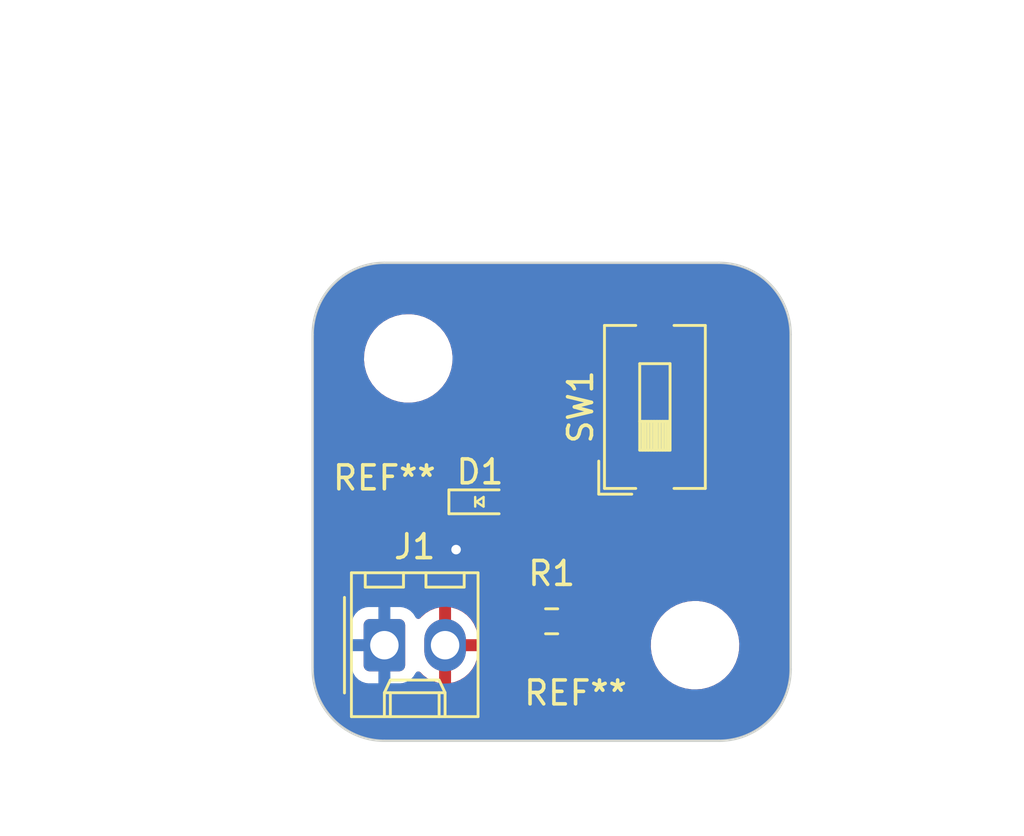
<source format=kicad_pcb>
(kicad_pcb (version 20221018) (generator pcbnew)
  (title_block (title "LED Project") (date "2023-09-05") (rev "1.0") (company "Illini Solar Car") (comment 1 "Designed By: Ethan Cao"))
  (layers (0 "F.Cu" signal) (31 "B.Cu" signal) (34 "B.Paste" user) (35 "F.Paste" user) (36 "B.SilkS" user "B.Silkscreen") (37 "F.SilkS" user "F.Silkscreen") (38 "B.Mask" user) (39 "F.Mask" user) (44 "Edge.Cuts" user))
  (net 0 "")
  (net 1 "GND")
  (net 2 "Net-(D1-A)")
  (net 3 "+3V3")
  (net 4 "Net-(R1-Pad1)")
  (footprint "Connector_Molex:Molex_KK-254_AE-6410-02A_1x02_P2.54mm_Vertical" (layer "F.Cu") (at 133 106)
    (fp_text reference "J1" (at 1.27 -4.12) (layer "F.SilkS"))
    (fp_text value "Conn_01x02")
    (fp_line (start -1.67 -2) (end -1.67 2) (stroke (width 0.12)) (layer "F.SilkS"))
    (fp_line (start -1.38 -3.03) (end -1.38 2.99) (stroke (width 0.12)) (layer "F.SilkS"))
    (fp_line (start -1.38 2.99) (end 3.92 2.99) (stroke (width 0.12)) (layer "F.SilkS"))
    (fp_line (start -0.8 -3.03) (end -0.8 -2.43) (stroke (width 0.12)) (layer "F.SilkS"))
    (fp_line (start -0.8 -2.43) (end 0.8 -2.43) (stroke (width 0.12)) (layer "F.SilkS"))
    (fp_line (start 0 1.99) (end 0.25 1.46) (stroke (width 0.12)) (layer "F.SilkS"))
    (fp_line (start 0 1.99) (end 2.54 1.99) (stroke (width 0.12)) (layer "F.SilkS"))
    (fp_line (start 0 2.99) (end 0 1.99) (stroke (width 0.12)) (layer "F.SilkS"))
    (fp_line (start 0.25 1.46) (end 2.29 1.46) (stroke (width 0.12)) (layer "F.SilkS"))
    (fp_line (start 0.25 2.99) (end 0.25 1.99) (stroke (width 0.12)) (layer "F.SilkS"))
    (fp_line (start 0.8 -2.43) (end 0.8 -3.03) (stroke (width 0.12)) (layer "F.SilkS"))
    (fp_line (start 1.74 -3.03) (end 1.74 -2.43) (stroke (width 0.12)) (layer "F.SilkS"))
    (fp_line (start 1.74 -2.43) (end 3.34 -2.43) (stroke (width 0.12)) (layer "F.SilkS"))
    (fp_line (start 2.29 1.46) (end 2.54 1.99) (stroke (width 0.12)) (layer "F.SilkS"))
    (fp_line (start 2.29 2.99) (end 2.29 1.99) (stroke (width 0.12)) (layer "F.SilkS"))
    (fp_line (start 2.54 1.99) (end 2.54 2.99) (stroke (width 0.12)) (layer "F.SilkS"))
    (fp_line (start 3.34 -2.43) (end 3.34 -3.03) (stroke (width 0.12)) (layer "F.SilkS"))
    (fp_line (start 3.92 -3.03) (end -1.38 -3.03) (stroke (width 0.12)) (layer "F.SilkS"))
    (fp_line (start 3.92 2.99) (end 3.92 -3.03) (stroke (width 0.12)) (layer "F.SilkS"))
    (pad "1" thru_hole roundrect (at 0 0) (size 1.74 2.19) (drill 1.19) (layers "*.Cu" "*.Mask") (roundrect_rratio 0.143678) (net 1 "GND"))
    (pad "2" thru_hole oval (at 2.54 0) (size 1.74 2.19) (drill 1.19) (layers "*.Cu" "*.Mask") (net 3 "+3V3"))
  )
  (footprint "Resistor_SMD:R_0603_1608Metric_Pad0.98x0.95mm_HandSolder" (layer "F.Cu") (at 140 105 180)
    (fp_text reference "R1" (at 0 2) (layer "F.SilkS"))
    (fp_text value "105")
    (fp_line (start -0.254724 -0.5225) (end 0.254724 -0.5225) (stroke (width 0.12)) (layer "F.SilkS"))
    (fp_line (start -0.254724 0.5225) (end 0.254724 0.5225) (stroke (width 0.12)) (layer "F.SilkS"))
    (pad "1" smd roundrect (at -0.9125 0 180) (size 0.975 0.95) (layers "F.Cu" "F.Paste" "F.Mask") (net 4 "Net-(R1-Pad1)"))
    (pad "2" smd roundrect (at 0.9125 0 180) (size 0.975 0.95) (layers "F.Cu" "F.Paste" "F.Mask") (net 2 "Net-(D1-A)"))
  )
  (footprint "Button_Switch_SMD:SW_DIP_SPSTx01_Slide_6.7x4.1mm_W8.61mm_P2.54mm_LowProfile" (layer "F.Cu") (at 144.32 96.03 90)
    (fp_text reference "SW1" (at 0 -3.11 90) (layer "F.SilkS"))
    (fp_text value "SW_Push")
    (fp_line (start -3.65 -2.35) (end -3.65 -0.967) (stroke (width 0.12)) (layer "F.SilkS"))
    (fp_line (start -3.65 -2.35) (end -2.267 -2.35) (stroke (width 0.12)) (layer "F.SilkS"))
    (fp_line (start -3.41 -2.11) (end -3.41 -0.8) (stroke (width 0.12)) (layer "F.SilkS"))
    (fp_line (start -3.41 -2.11) (end 3.41 -2.11) (stroke (width 0.12)) (layer "F.SilkS"))
    (fp_line (start -3.41 0.8) (end -3.41 2.11) (stroke (width 0.12)) (layer "F.SilkS"))
    (fp_line (start -3.41 2.11) (end 3.41 2.11) (stroke (width 0.12)) (layer "F.SilkS"))
    (fp_line (start -1.81 -0.635) (end -1.81 0.635) (stroke (width 0.12)) (layer "F.SilkS"))
    (fp_line (start -1.81 -0.515) (end -0.603333 -0.515) (stroke (width 0.12)) (layer "F.SilkS"))
    (fp_line (start -1.81 -0.395) (end -0.603333 -0.395) (stroke (width 0.12)) (layer "F.SilkS"))
    (fp_line (start -1.81 -0.275) (end -0.603333 -0.275) (stroke (width 0.12)) (layer "F.SilkS"))
    (fp_line (start -1.81 -0.155) (end -0.603333 -0.155) (stroke (width 0.12)) (layer "F.SilkS"))
    (fp_line (start -1.81 -0.035) (end -0.603333 -0.035) (stroke (width 0.12)) (layer "F.SilkS"))
    (fp_line (start -1.81 0.085) (end -0.603333 0.085) (stroke (width 0.12)) (layer "F.SilkS"))
    (fp_line (start -1.81 0.205) (end -0.603333 0.205) (stroke (width 0.12)) (layer "F.SilkS"))
    (fp_line (start -1.81 0.325) (end -0.603333 0.325) (stroke (width 0.12)) (layer "F.SilkS"))
    (fp_line (start -1.81 0.445) (end -0.603333 0.445) (stroke (width 0.12)) (layer "F.SilkS"))
    (fp_line (start -1.81 0.565) (end -0.603333 0.565) (stroke (width 0.12)) (layer "F.SilkS"))
    (fp_line (start -1.81 0.635) (end 1.81 0.635) (stroke (width 0.12)) (layer "F.SilkS"))
    (fp_line (start -0.603333 -0.635) (end -0.603333 0.635) (stroke (width 0.12)) (layer "F.SilkS"))
    (fp_line (start 1.81 -0.635) (end -1.81 -0.635) (stroke (width 0.12)) (layer "F.SilkS"))
    (fp_line (start 1.81 0.635) (end 1.81 -0.635) (stroke (width 0.12)) (layer "F.SilkS"))
    (fp_line (start 3.41 -2.11) (end 3.41 -0.8) (stroke (width 0.12)) (layer "F.SilkS"))
    (fp_line (start 3.41 0.8) (end 3.41 2.11) (stroke (width 0.12)) (layer "F.SilkS"))
    (pad "1" smd rect (at -4.305 0 90) (size 2.44 1.12) (layers "F.Cu" "F.Paste" "F.Mask") (net 3 "+3V3"))
    (pad "2" smd rect (at 4.305 0 90) (size 2.44 1.12) (layers "F.Cu" "F.Paste" "F.Mask") (net 4 "Net-(R1-Pad1)"))
  )
  (footprint "MountingHole:MountingHole_3.2mm_M3" (layer "F.Cu") (at 146 106)
    (fp_text reference "REF**" (at -5 2 180) (layer "F.SilkS"))
    (fp_text value "MountingHole_3.2mm_M3")
    (pad "" np_thru_hole circle (at 0 0) (size 3.2 3.2) (drill 3.2) (layers "*.Cu" "*.Mask"))
    (pad "" np_thru_hole circle (at 0 0) (size 3.2 3.2) (drill 3.2) (layers "*.Cu" "*.Mask"))
  )
  (footprint "MountingHole:MountingHole_3.2mm_M3" (layer "F.Cu") (at 134 94)
    (fp_text reference "REF**" (at -1 5) (layer "F.SilkS"))
    (fp_text value "MountingHole_3.2mm_M3")
    (pad "" np_thru_hole circle (at 0 0) (size 3.2 3.2) (drill 3.2) (layers "*.Cu" "*.Mask"))
    (pad "" np_thru_hole circle (at 0 0) (size 3.2 3.2) (drill 3.2) (layers "*.Cu" "*.Mask"))
  )
  (footprint "layout:LED_0603_Symbol_on_F.SilkS" (layer "F.Cu") (at 137 100)
    (fp_text reference "D1" (at 0 -1.25) (layer "F.SilkS"))
    (fp_text value "LED_RED")
    (fp_line (start -1.3 -0.5) (end -1.3 0.5) (stroke (width 0.12)) (layer "F.SilkS"))
    (fp_line (start -1.3 -0.5) (end 0.8 -0.5) (stroke (width 0.12)) (layer "F.SilkS"))
    (fp_line (start -1.3 0.5) (end 0.8 0.5) (stroke (width 0.12)) (layer "F.SilkS"))
    (fp_line (start -0.2 -0.2) (end -0.2 0.2) (stroke (width 0.1)) (layer "F.SilkS"))
    (fp_line (start -0.15 0) (end 0.15 -0.2) (stroke (width 0.1)) (layer "F.SilkS"))
    (fp_line (start 0.15 -0.2) (end 0.15 0.2) (stroke (width 0.1)) (layer "F.SilkS"))
    (fp_line (start 0.15 0.2) (end -0.15 0) (stroke (width 0.1)) (layer "F.SilkS"))
    (pad "1" smd rect (at -0.8 0 180) (size 0.8 0.8) (layers "F.Cu" "F.Paste" "F.Mask") (net 1 "GND"))
    (pad "2" smd rect (at 0.8 0 180) (size 0.8 0.8) (layers "F.Cu" "F.Paste" "F.Mask") (net 2 "Net-(D1-A)"))
  )
  (gr_arc (start 130 93) (mid 130.87868 90.87868) (end 133 90) (stroke (width 0.1)) (layer "Edge.Cuts"))
  (gr_line (start 150 107) (end 150 93) (stroke (width 0.1)) (layer "Edge.Cuts"))
  (gr_line (start 133 110) (end 147 110) (stroke (width 0.1)) (layer "Edge.Cuts"))
  (gr_line (start 130 93) (end 130 107) (stroke (width 0.1)) (layer "Edge.Cuts"))
  (gr_arc (start 147 90) (mid 149.12132 90.87868) (end 150 93) (stroke (width 0.1)) (layer "Edge.Cuts"))
  (gr_line (start 147 90) (end 133 90) (stroke (width 0.1)) (layer "Edge.Cuts"))
  (gr_arc (start 150 107) (mid 149.12132 109.12132) (end 147 110) (stroke (width 0.1)) (layer "Edge.Cuts"))
  (gr_arc (start 133 110) (mid 130.87868 109.12132) (end 130 107) (stroke (width 0.1)) (layer "Edge.Cuts"))
  (segment (start 136.2 100) (end 136.2 101.8) (width 0.25) (layer "F.Cu") (net 1))
  (segment (start 136.2 101.8) (end 136 102) (width 0.25) (layer "F.Cu") (net 1))
  (via (at 136 102) (size 0.8) (drill 0.4) (layers "F.Cu" "B.Cu") (net 1))
  (segment (start 137.8 103.7125) (end 137.8 100) (width 0.25) (layer "F.Cu") (net 2))
  (segment (start 139.0875 105) (end 137.8 103.7125) (width 0.25) (layer "F.Cu") (net 2))
  (segment (start 143 91.695) (end 140.9125 93.7825) (width 0.25) (layer "F.Cu") (net 4))
  (segment (start 140.9125 93.7825) (end 140.9125 105) (width 0.25) (layer "F.Cu") (net 4))
  (segment (start 143.03 91.725) (end 144.32 91.725) (width 0.25) (layer "F.Cu") (net 4))
  (segment (start 143 91.695) (end 143.03 91.725) (width 0.25) (layer "F.Cu") (net 4))
  (zone (net 3) (net_name "+3V3") (layer "F.Cu") (connect_pads (clearance 0.508)) (min_thickness 0.25) (fill yes (thermal_gap 0.5) (thermal_bridge_width 0.5))
    (polygon (pts (xy 154 108) (xy 153 114) (xy 128 112) (xy 128 87) (xy 150 88) (xy 153 102)))
  )
  (zone (net 1) (net_name "GND") (layer "B.Cu") (priority 1) (connect_pads (clearance 0.508)) (min_thickness 0.25) (fill yes (thermal_gap 0.5) (thermal_bridge_width 0.5))
    (polygon (pts (xy 152 88) (xy 151 114) (xy 129 113) (xy 129 88)))
  )
)
</source>
